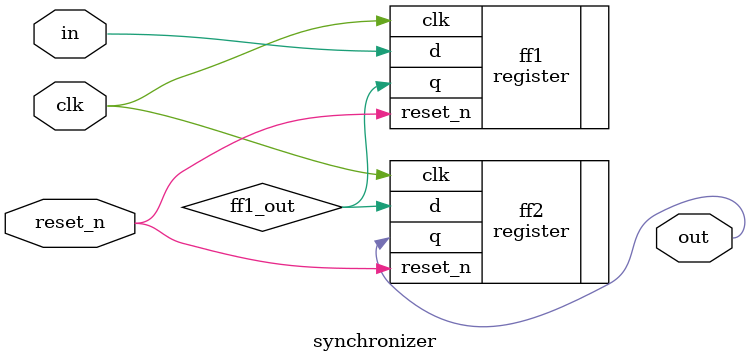
<source format=v>
module synchronizer
  #(parameter WIDTH=1)
  (
   input              clk,
   input              reset_n,
   input  [WIDTH-1:0] in,
   output [WIDTH-1:0] out
   );

   wire [WIDTH-1:0]   ff1_out;

   register #(.WIDTH(WIDTH)) ff1
     (.clk(clk), .reset_n(reset_n), .d(in), .q(ff1_out));

   register #(.WIDTH(WIDTH)) ff2
     (.clk(clk), .reset_n(reset_n), .d(ff1_out), .q(out));

endmodule // synchronizer

</source>
